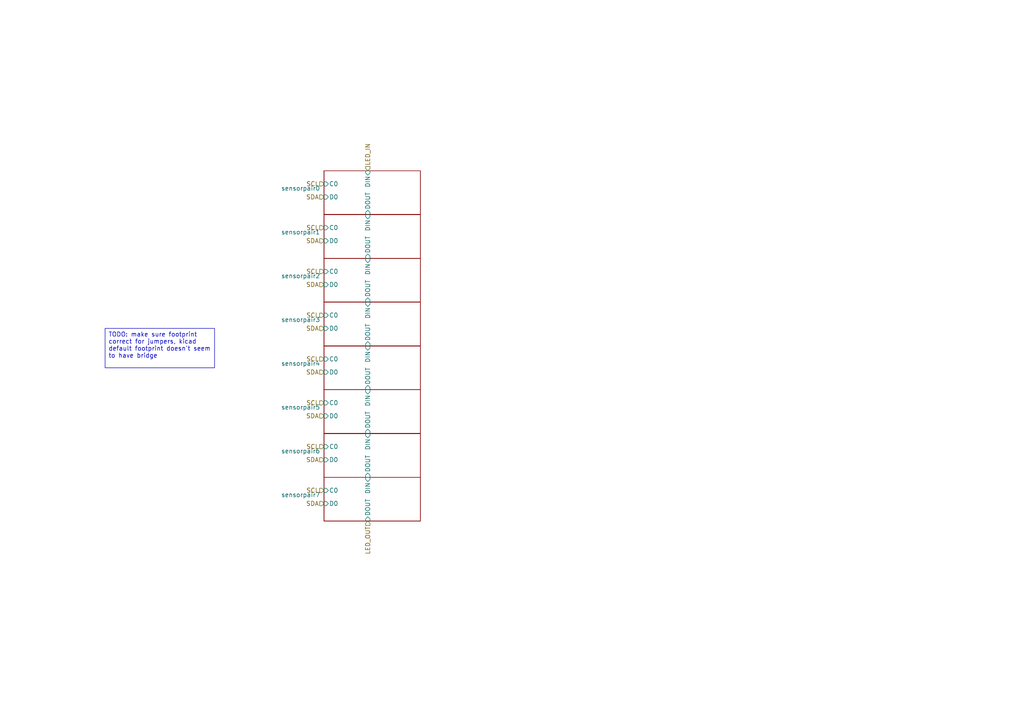
<source format=kicad_sch>
(kicad_sch
	(version 20231120)
	(generator "eeschema")
	(generator_version "8.0")
	(uuid "88cd56bd-e9ac-4e5d-993a-43b4609d5f90")
	(paper "A4")
	(lib_symbols)
	(text_box "TODO: make sure footprint correct for jumpers, kicad default footprint doesn't seem to have bridge"
		(exclude_from_sim no)
		(at 30.48 95.25 0)
		(size 31.75 11.43)
		(stroke
			(width 0)
			(type default)
		)
		(fill
			(type none)
		)
		(effects
			(font
				(size 1.27 1.27)
			)
			(justify left top)
		)
		(uuid "93ea4366-a964-4c7d-8645-80b260bd3e83")
	)
	(hierarchical_label "SDA"
		(shape input)
		(at 93.98 82.55 180)
		(fields_autoplaced yes)
		(effects
			(font
				(size 1.27 1.27)
			)
			(justify right)
		)
		(uuid "0bc08d0a-1a2f-4142-9c25-c230e849026a")
	)
	(hierarchical_label "SDA"
		(shape input)
		(at 93.98 133.35 180)
		(fields_autoplaced yes)
		(effects
			(font
				(size 1.27 1.27)
			)
			(justify right)
		)
		(uuid "118adaef-16e5-4353-bfb1-3c4d1e4de730")
	)
	(hierarchical_label "SDA"
		(shape input)
		(at 93.98 69.85 180)
		(fields_autoplaced yes)
		(effects
			(font
				(size 1.27 1.27)
			)
			(justify right)
		)
		(uuid "1821cd59-93e5-4d43-89ec-92897aac176f")
	)
	(hierarchical_label "LED_IN"
		(shape input)
		(at 106.68 49.53 90)
		(fields_autoplaced yes)
		(effects
			(font
				(size 1.27 1.27)
			)
			(justify left)
		)
		(uuid "2912133d-a5b0-4ff1-b962-e447ce2b8a27")
	)
	(hierarchical_label "SDA"
		(shape input)
		(at 93.98 107.95 180)
		(fields_autoplaced yes)
		(effects
			(font
				(size 1.27 1.27)
			)
			(justify right)
		)
		(uuid "423dda53-e7a3-4a0e-bb75-ebc6e530d948")
	)
	(hierarchical_label "SCL"
		(shape input)
		(at 93.98 104.14 180)
		(fields_autoplaced yes)
		(effects
			(font
				(size 1.27 1.27)
			)
			(justify right)
		)
		(uuid "6e402406-d3b2-41fb-9647-81dda7d219c9")
	)
	(hierarchical_label "SCL"
		(shape input)
		(at 93.98 53.34 180)
		(fields_autoplaced yes)
		(effects
			(font
				(size 1.27 1.27)
			)
			(justify right)
		)
		(uuid "85649171-8ab1-4745-9508-2e8fe5f74d2f")
	)
	(hierarchical_label "SCL"
		(shape input)
		(at 93.98 66.04 180)
		(fields_autoplaced yes)
		(effects
			(font
				(size 1.27 1.27)
			)
			(justify right)
		)
		(uuid "9a22a3c2-2834-42e3-bd08-605d48b1b9b6")
	)
	(hierarchical_label "LED_OUT"
		(shape input)
		(at 106.68 151.13 270)
		(fields_autoplaced yes)
		(effects
			(font
				(size 1.27 1.27)
			)
			(justify right)
		)
		(uuid "b4e11dda-2d73-486e-8e32-98470693f1ec")
	)
	(hierarchical_label "SCL"
		(shape input)
		(at 93.98 129.54 180)
		(fields_autoplaced yes)
		(effects
			(font
				(size 1.27 1.27)
			)
			(justify right)
		)
		(uuid "b68be3f9-f506-4ffc-933f-719d3bf6d010")
	)
	(hierarchical_label "SDA"
		(shape input)
		(at 93.98 57.15 180)
		(fields_autoplaced yes)
		(effects
			(font
				(size 1.27 1.27)
			)
			(justify right)
		)
		(uuid "c2858ec1-0dd6-4749-9885-a658d6e93c8b")
	)
	(hierarchical_label "SCL"
		(shape input)
		(at 93.98 142.24 180)
		(fields_autoplaced yes)
		(effects
			(font
				(size 1.27 1.27)
			)
			(justify right)
		)
		(uuid "c6904107-ceca-455a-9484-859f53036d45")
	)
	(hierarchical_label "SDA"
		(shape input)
		(at 93.98 120.65 180)
		(fields_autoplaced yes)
		(effects
			(font
				(size 1.27 1.27)
			)
			(justify right)
		)
		(uuid "c8ac49a5-29f3-4cb4-9e58-73405128d5f6")
	)
	(hierarchical_label "SCL"
		(shape input)
		(at 93.98 78.74 180)
		(fields_autoplaced yes)
		(effects
			(font
				(size 1.27 1.27)
			)
			(justify right)
		)
		(uuid "cc367d2a-643e-4402-b111-745c293084eb")
	)
	(hierarchical_label "SDA"
		(shape input)
		(at 93.98 95.25 180)
		(fields_autoplaced yes)
		(effects
			(font
				(size 1.27 1.27)
			)
			(justify right)
		)
		(uuid "d0ce5865-95cb-490e-9ca0-5149b319743a")
	)
	(hierarchical_label "SCL"
		(shape input)
		(at 93.98 91.44 180)
		(fields_autoplaced yes)
		(effects
			(font
				(size 1.27 1.27)
			)
			(justify right)
		)
		(uuid "eb54552b-8c34-4d5a-a313-d3b2833afeb5")
	)
	(hierarchical_label "SCL"
		(shape input)
		(at 93.98 116.84 180)
		(fields_autoplaced yes)
		(effects
			(font
				(size 1.27 1.27)
			)
			(justify right)
		)
		(uuid "f0e28da4-d929-4bc1-b1a0-d2cb73fa15d3")
	)
	(hierarchical_label "SDA"
		(shape input)
		(at 93.98 146.05 180)
		(fields_autoplaced yes)
		(effects
			(font
				(size 1.27 1.27)
			)
			(justify right)
		)
		(uuid "f37b858c-7c96-4e18-9d5b-345da0ef8386")
	)
	(sheet
		(at 93.98 138.43)
		(size 27.94 12.7)
		(stroke
			(width 0.1524)
			(type solid)
		)
		(fill
			(color 0 0 0 0.0000)
		)
		(uuid "0bcb5758-5069-4403-b6ee-326aebf9097e")
		(property "Sheetname" "sensorpair7"
			(at 81.534 144.272 0)
			(effects
				(font
					(size 1.27 1.27)
				)
				(justify left bottom)
			)
		)
		(property "Sheetfile" "sensorpair.kicad_sch"
			(at 115.57 140.97 0)
			(effects
				(font
					(size 1.27 1.27)
				)
				(justify left top)
				(hide yes)
			)
		)
		(pin "C0" input
			(at 93.98 142.24 180)
			(effects
				(font
					(size 1.27 1.27)
				)
				(justify left)
			)
			(uuid "7c7e75c0-4cd4-4b33-a9c3-fe386b22badf")
		)
		(pin "D0" input
			(at 93.98 146.05 180)
			(effects
				(font
					(size 1.27 1.27)
				)
				(justify left)
			)
			(uuid "c286759e-2827-468b-ae29-3bb49f1d0a14")
		)
		(pin "DIN" input
			(at 106.68 138.43 90)
			(effects
				(font
					(size 1.27 1.27)
				)
				(justify right)
			)
			(uuid "632d5a01-9ba3-4f68-baea-014f92b30aef")
		)
		(pin "DOUT" input
			(at 106.68 151.13 270)
			(effects
				(font
					(size 1.27 1.27)
				)
				(justify left)
			)
			(uuid "efd70826-f26a-4fea-b5d8-174a68160091")
		)
		(instances
			(project "chessboard"
				(path "/178674ef-da23-4447-9d4b-ea3429461404/501c11bc-04bd-4d54-8bc8-c6f63ce2a0b8"
					(page "10")
				)
			)
		)
	)
	(sheet
		(at 93.98 74.93)
		(size 27.94 12.7)
		(stroke
			(width 0.1524)
			(type solid)
		)
		(fill
			(color 0 0 0 0.0000)
		)
		(uuid "312d26c6-bcf0-4dec-86c9-45146c58cd02")
		(property "Sheetname" "sensorpair2"
			(at 81.534 80.772 0)
			(effects
				(font
					(size 1.27 1.27)
				)
				(justify left bottom)
			)
		)
		(property "Sheetfile" "sensorpair.kicad_sch"
			(at 115.57 77.47 0)
			(effects
				(font
					(size 1.27 1.27)
				)
				(justify left top)
				(hide yes)
			)
		)
		(pin "C0" input
			(at 93.98 78.74 180)
			(effects
				(font
					(size 1.27 1.27)
				)
				(justify left)
			)
			(uuid "7cdc4c0b-b8fc-443f-a749-1701742f9cdb")
		)
		(pin "D0" input
			(at 93.98 82.55 180)
			(effects
				(font
					(size 1.27 1.27)
				)
				(justify left)
			)
			(uuid "fdf6155e-2e89-4139-8540-4c4e01d0cf24")
		)
		(pin "DIN" input
			(at 106.68 74.93 90)
			(effects
				(font
					(size 1.27 1.27)
				)
				(justify right)
			)
			(uuid "de271814-c117-44d5-a753-dfdfbfa2c04f")
		)
		(pin "DOUT" input
			(at 106.68 87.63 270)
			(effects
				(font
					(size 1.27 1.27)
				)
				(justify left)
			)
			(uuid "01d15bc7-8274-4da6-b404-648122936d32")
		)
		(instances
			(project "chessboard"
				(path "/178674ef-da23-4447-9d4b-ea3429461404/501c11bc-04bd-4d54-8bc8-c6f63ce2a0b8"
					(page "5")
				)
			)
		)
	)
	(sheet
		(at 93.98 49.53)
		(size 27.94 12.7)
		(stroke
			(width 0.1524)
			(type solid)
		)
		(fill
			(color 0 0 0 0.0000)
		)
		(uuid "3a6df440-836a-4ebe-8c9a-7f83ec2eaae1")
		(property "Sheetname" "sensorpair0"
			(at 81.534 55.372 0)
			(effects
				(font
					(size 1.27 1.27)
				)
				(justify left bottom)
			)
		)
		(property "Sheetfile" "sensorpair.kicad_sch"
			(at 115.57 52.07 0)
			(effects
				(font
					(size 1.27 1.27)
				)
				(justify left top)
				(hide yes)
			)
		)
		(pin "C0" input
			(at 93.98 53.34 180)
			(effects
				(font
					(size 1.27 1.27)
				)
				(justify left)
			)
			(uuid "34fbaaeb-b6c6-464e-8672-c94385fee587")
		)
		(pin "D0" input
			(at 93.98 57.15 180)
			(effects
				(font
					(size 1.27 1.27)
				)
				(justify left)
			)
			(uuid "a075e798-78fc-4ea7-99b8-7f939a33605c")
		)
		(pin "DIN" input
			(at 106.68 49.53 90)
			(effects
				(font
					(size 1.27 1.27)
				)
				(justify right)
			)
			(uuid "4b962654-89e9-4c26-b1d7-f62045aec02d")
		)
		(pin "DOUT" input
			(at 106.68 62.23 270)
			(effects
				(font
					(size 1.27 1.27)
				)
				(justify left)
			)
			(uuid "7e2595ac-d26f-4043-be9f-d87f310513cf")
		)
		(instances
			(project "chessboard"
				(path "/178674ef-da23-4447-9d4b-ea3429461404/501c11bc-04bd-4d54-8bc8-c6f63ce2a0b8"
					(page "3")
				)
			)
		)
	)
	(sheet
		(at 93.98 113.03)
		(size 27.94 12.7)
		(stroke
			(width 0.1524)
			(type solid)
		)
		(fill
			(color 0 0 0 0.0000)
		)
		(uuid "503d609d-a05a-4a5e-a803-7ba9a2906582")
		(property "Sheetname" "sensorpair5"
			(at 81.534 118.872 0)
			(effects
				(font
					(size 1.27 1.27)
				)
				(justify left bottom)
			)
		)
		(property "Sheetfile" "sensorpair.kicad_sch"
			(at 115.57 115.57 0)
			(effects
				(font
					(size 1.27 1.27)
				)
				(justify left top)
				(hide yes)
			)
		)
		(pin "C0" input
			(at 93.98 116.84 180)
			(effects
				(font
					(size 1.27 1.27)
				)
				(justify left)
			)
			(uuid "3de9e648-8407-4234-9206-e60fd5fcecd5")
		)
		(pin "D0" input
			(at 93.98 120.65 180)
			(effects
				(font
					(size 1.27 1.27)
				)
				(justify left)
			)
			(uuid "2541ef71-529b-4ab1-ba8f-d3595351d0e5")
		)
		(pin "DIN" input
			(at 106.68 113.03 90)
			(effects
				(font
					(size 1.27 1.27)
				)
				(justify right)
			)
			(uuid "2727d824-16de-40d8-badc-ffdd6378931d")
		)
		(pin "DOUT" input
			(at 106.68 125.73 270)
			(effects
				(font
					(size 1.27 1.27)
				)
				(justify left)
			)
			(uuid "cf3d050f-f4a5-4b8e-861a-2d2d24be6f62")
		)
		(instances
			(project "chessboard"
				(path "/178674ef-da23-4447-9d4b-ea3429461404/501c11bc-04bd-4d54-8bc8-c6f63ce2a0b8"
					(page "8")
				)
			)
		)
	)
	(sheet
		(at 93.98 62.23)
		(size 27.94 12.7)
		(stroke
			(width 0.1524)
			(type solid)
		)
		(fill
			(color 0 0 0 0.0000)
		)
		(uuid "8ae9b3aa-ece3-425e-81e0-a41f7bf7279c")
		(property "Sheetname" "sensorpair1"
			(at 81.534 68.072 0)
			(effects
				(font
					(size 1.27 1.27)
				)
				(justify left bottom)
			)
		)
		(property "Sheetfile" "sensorpair.kicad_sch"
			(at 115.57 64.77 0)
			(effects
				(font
					(size 1.27 1.27)
				)
				(justify left top)
				(hide yes)
			)
		)
		(pin "C0" input
			(at 93.98 66.04 180)
			(effects
				(font
					(size 1.27 1.27)
				)
				(justify left)
			)
			(uuid "2d0ec106-c2f5-4a62-8d5e-7d4922e515ef")
		)
		(pin "D0" input
			(at 93.98 69.85 180)
			(effects
				(font
					(size 1.27 1.27)
				)
				(justify left)
			)
			(uuid "93441bc8-a492-4471-a519-9f131029c5b1")
		)
		(pin "DIN" input
			(at 106.68 62.23 90)
			(effects
				(font
					(size 1.27 1.27)
				)
				(justify right)
			)
			(uuid "3b0894c5-e7ae-446f-9446-1405bb6676fc")
		)
		(pin "DOUT" input
			(at 106.68 74.93 270)
			(effects
				(font
					(size 1.27 1.27)
				)
				(justify left)
			)
			(uuid "3501e26f-d68d-490b-af65-643810116148")
		)
		(instances
			(project "chessboard"
				(path "/178674ef-da23-4447-9d4b-ea3429461404/501c11bc-04bd-4d54-8bc8-c6f63ce2a0b8"
					(page "4")
				)
			)
		)
	)
	(sheet
		(at 93.98 125.73)
		(size 27.94 12.7)
		(stroke
			(width 0.1524)
			(type solid)
		)
		(fill
			(color 0 0 0 0.0000)
		)
		(uuid "c0babe7e-df77-44d4-bc58-52984daff73b")
		(property "Sheetname" "sensorpair6"
			(at 81.534 131.572 0)
			(effects
				(font
					(size 1.27 1.27)
				)
				(justify left bottom)
			)
		)
		(property "Sheetfile" "sensorpair.kicad_sch"
			(at 115.57 128.27 0)
			(effects
				(font
					(size 1.27 1.27)
				)
				(justify left top)
				(hide yes)
			)
		)
		(pin "C0" input
			(at 93.98 129.54 180)
			(effects
				(font
					(size 1.27 1.27)
				)
				(justify left)
			)
			(uuid "8d237c6e-08f0-4844-9474-9611b9505b1b")
		)
		(pin "D0" input
			(at 93.98 133.35 180)
			(effects
				(font
					(size 1.27 1.27)
				)
				(justify left)
			)
			(uuid "4d2c021a-7ed9-4cff-ae76-ccaed676162c")
		)
		(pin "DIN" input
			(at 106.68 125.73 90)
			(effects
				(font
					(size 1.27 1.27)
				)
				(justify right)
			)
			(uuid "8a9c03b9-f416-41ae-ac37-f6fb7a28647e")
		)
		(pin "DOUT" input
			(at 106.68 138.43 270)
			(effects
				(font
					(size 1.27 1.27)
				)
				(justify left)
			)
			(uuid "42ac70af-649c-4a32-898c-8f7e407b67bc")
		)
		(instances
			(project "chessboard"
				(path "/178674ef-da23-4447-9d4b-ea3429461404/501c11bc-04bd-4d54-8bc8-c6f63ce2a0b8"
					(page "9")
				)
			)
		)
	)
	(sheet
		(at 93.98 87.63)
		(size 27.94 12.7)
		(stroke
			(width 0.1524)
			(type solid)
		)
		(fill
			(color 0 0 0 0.0000)
		)
		(uuid "c617dfeb-3ac2-4faf-80be-9823596c3eb0")
		(property "Sheetname" "sensorpair3"
			(at 81.534 93.472 0)
			(effects
				(font
					(size 1.27 1.27)
				)
				(justify left bottom)
			)
		)
		(property "Sheetfile" "sensorpair.kicad_sch"
			(at 115.57 90.17 0)
			(effects
				(font
					(size 1.27 1.27)
				)
				(justify left top)
				(hide yes)
			)
		)
		(pin "C0" input
			(at 93.98 91.44 180)
			(effects
				(font
					(size 1.27 1.27)
				)
				(justify left)
			)
			(uuid "7101e4fd-2704-47af-8166-32d1a91b12a5")
		)
		(pin "D0" input
			(at 93.98 95.25 180)
			(effects
				(font
					(size 1.27 1.27)
				)
				(justify left)
			)
			(uuid "e497d070-b775-4f48-90d4-ce7306df709f")
		)
		(pin "DIN" input
			(at 106.68 87.63 90)
			(effects
				(font
					(size 1.27 1.27)
				)
				(justify right)
			)
			(uuid "11cf9a5b-c474-4abb-aeb9-48a42d505c0d")
		)
		(pin "DOUT" input
			(at 106.68 100.33 270)
			(effects
				(font
					(size 1.27 1.27)
				)
				(justify left)
			)
			(uuid "8fd40e9e-9c92-422d-9428-aeb8e602d89e")
		)
		(instances
			(project "chessboard"
				(path "/178674ef-da23-4447-9d4b-ea3429461404/501c11bc-04bd-4d54-8bc8-c6f63ce2a0b8"
					(page "6")
				)
			)
		)
	)
	(sheet
		(at 93.98 100.33)
		(size 27.94 12.7)
		(stroke
			(width 0.1524)
			(type solid)
		)
		(fill
			(color 0 0 0 0.0000)
		)
		(uuid "f50242ad-48d4-4432-bffb-18c3cf59ba0c")
		(property "Sheetname" "sensorpair4"
			(at 81.534 106.172 0)
			(effects
				(font
					(size 1.27 1.27)
				)
				(justify left bottom)
			)
		)
		(property "Sheetfile" "sensorpair.kicad_sch"
			(at 115.57 102.87 0)
			(effects
				(font
					(size 1.27 1.27)
				)
				(justify left top)
				(hide yes)
			)
		)
		(pin "C0" input
			(at 93.98 104.14 180)
			(effects
				(font
					(size 1.27 1.27)
				)
				(justify left)
			)
			(uuid "8c33b0c5-6c1b-4794-a5e5-40fe6b9c8d0e")
		)
		(pin "D0" input
			(at 93.98 107.95 180)
			(effects
				(font
					(size 1.27 1.27)
				)
				(justify left)
			)
			(uuid "f9c5017c-2a42-4ae4-8ad9-fb5c21009a2e")
		)
		(pin "DIN" input
			(at 106.68 100.33 90)
			(effects
				(font
					(size 1.27 1.27)
				)
				(justify right)
			)
			(uuid "9a2eb35c-15c6-4473-b437-cc0af4ac1482")
		)
		(pin "DOUT" input
			(at 106.68 113.03 270)
			(effects
				(font
					(size 1.27 1.27)
				)
				(justify left)
			)
			(uuid "15c6a1ec-2588-4e22-8014-b1dd8577007d")
		)
		(instances
			(project "chessboard"
				(path "/178674ef-da23-4447-9d4b-ea3429461404/501c11bc-04bd-4d54-8bc8-c6f63ce2a0b8"
					(page "7")
				)
			)
		)
	)
)
</source>
